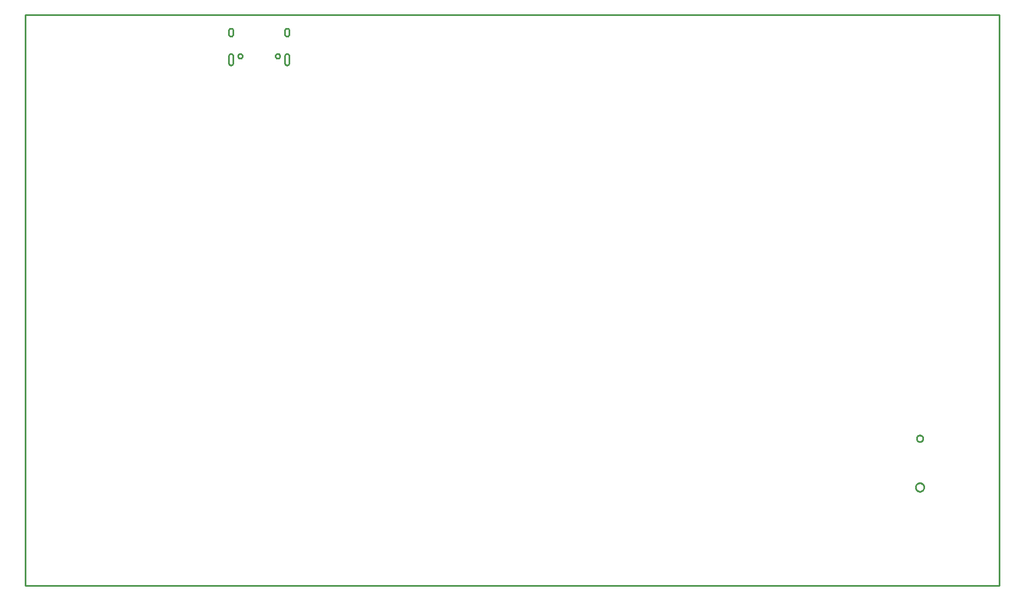
<source format=gko>
G04 EAGLE Gerber RS-274X export*
G75*
%MOMM*%
%FSLAX34Y34*%
%LPD*%
%INBoard Outline*%
%IPPOS*%
%AMOC8*
5,1,8,0,0,1.08239X$1,22.5*%
G01*
%ADD10C,0.000000*%
%ADD11C,0.254000*%


D10*
X0Y0D02*
X1500000Y0D01*
X1500000Y880000D01*
X0Y880000D01*
X0Y0D01*
X1371500Y152000D02*
X1371502Y152161D01*
X1371508Y152321D01*
X1371518Y152482D01*
X1371532Y152642D01*
X1371550Y152802D01*
X1371571Y152961D01*
X1371597Y153120D01*
X1371627Y153278D01*
X1371660Y153435D01*
X1371698Y153592D01*
X1371739Y153747D01*
X1371784Y153901D01*
X1371833Y154054D01*
X1371886Y154206D01*
X1371942Y154357D01*
X1372003Y154506D01*
X1372066Y154654D01*
X1372134Y154800D01*
X1372205Y154944D01*
X1372279Y155086D01*
X1372357Y155227D01*
X1372439Y155365D01*
X1372524Y155502D01*
X1372612Y155636D01*
X1372704Y155768D01*
X1372799Y155898D01*
X1372897Y156026D01*
X1372998Y156151D01*
X1373102Y156273D01*
X1373209Y156393D01*
X1373319Y156510D01*
X1373432Y156625D01*
X1373548Y156736D01*
X1373667Y156845D01*
X1373788Y156950D01*
X1373912Y157053D01*
X1374038Y157153D01*
X1374166Y157249D01*
X1374297Y157342D01*
X1374431Y157432D01*
X1374566Y157519D01*
X1374704Y157602D01*
X1374843Y157682D01*
X1374985Y157758D01*
X1375128Y157831D01*
X1375273Y157900D01*
X1375420Y157966D01*
X1375568Y158028D01*
X1375718Y158086D01*
X1375869Y158141D01*
X1376022Y158192D01*
X1376176Y158239D01*
X1376331Y158282D01*
X1376487Y158321D01*
X1376643Y158357D01*
X1376801Y158388D01*
X1376959Y158416D01*
X1377118Y158440D01*
X1377278Y158460D01*
X1377438Y158476D01*
X1377598Y158488D01*
X1377759Y158496D01*
X1377920Y158500D01*
X1378080Y158500D01*
X1378241Y158496D01*
X1378402Y158488D01*
X1378562Y158476D01*
X1378722Y158460D01*
X1378882Y158440D01*
X1379041Y158416D01*
X1379199Y158388D01*
X1379357Y158357D01*
X1379513Y158321D01*
X1379669Y158282D01*
X1379824Y158239D01*
X1379978Y158192D01*
X1380131Y158141D01*
X1380282Y158086D01*
X1380432Y158028D01*
X1380580Y157966D01*
X1380727Y157900D01*
X1380872Y157831D01*
X1381015Y157758D01*
X1381157Y157682D01*
X1381296Y157602D01*
X1381434Y157519D01*
X1381569Y157432D01*
X1381703Y157342D01*
X1381834Y157249D01*
X1381962Y157153D01*
X1382088Y157053D01*
X1382212Y156950D01*
X1382333Y156845D01*
X1382452Y156736D01*
X1382568Y156625D01*
X1382681Y156510D01*
X1382791Y156393D01*
X1382898Y156273D01*
X1383002Y156151D01*
X1383103Y156026D01*
X1383201Y155898D01*
X1383296Y155768D01*
X1383388Y155636D01*
X1383476Y155502D01*
X1383561Y155365D01*
X1383643Y155227D01*
X1383721Y155086D01*
X1383795Y154944D01*
X1383866Y154800D01*
X1383934Y154654D01*
X1383997Y154506D01*
X1384058Y154357D01*
X1384114Y154206D01*
X1384167Y154054D01*
X1384216Y153901D01*
X1384261Y153747D01*
X1384302Y153592D01*
X1384340Y153435D01*
X1384373Y153278D01*
X1384403Y153120D01*
X1384429Y152961D01*
X1384450Y152802D01*
X1384468Y152642D01*
X1384482Y152482D01*
X1384492Y152321D01*
X1384498Y152161D01*
X1384500Y152000D01*
X1384498Y151839D01*
X1384492Y151679D01*
X1384482Y151518D01*
X1384468Y151358D01*
X1384450Y151198D01*
X1384429Y151039D01*
X1384403Y150880D01*
X1384373Y150722D01*
X1384340Y150565D01*
X1384302Y150408D01*
X1384261Y150253D01*
X1384216Y150099D01*
X1384167Y149946D01*
X1384114Y149794D01*
X1384058Y149643D01*
X1383997Y149494D01*
X1383934Y149346D01*
X1383866Y149200D01*
X1383795Y149056D01*
X1383721Y148914D01*
X1383643Y148773D01*
X1383561Y148635D01*
X1383476Y148498D01*
X1383388Y148364D01*
X1383296Y148232D01*
X1383201Y148102D01*
X1383103Y147974D01*
X1383002Y147849D01*
X1382898Y147727D01*
X1382791Y147607D01*
X1382681Y147490D01*
X1382568Y147375D01*
X1382452Y147264D01*
X1382333Y147155D01*
X1382212Y147050D01*
X1382088Y146947D01*
X1381962Y146847D01*
X1381834Y146751D01*
X1381703Y146658D01*
X1381569Y146568D01*
X1381434Y146481D01*
X1381296Y146398D01*
X1381157Y146318D01*
X1381015Y146242D01*
X1380872Y146169D01*
X1380727Y146100D01*
X1380580Y146034D01*
X1380432Y145972D01*
X1380282Y145914D01*
X1380131Y145859D01*
X1379978Y145808D01*
X1379824Y145761D01*
X1379669Y145718D01*
X1379513Y145679D01*
X1379357Y145643D01*
X1379199Y145612D01*
X1379041Y145584D01*
X1378882Y145560D01*
X1378722Y145540D01*
X1378562Y145524D01*
X1378402Y145512D01*
X1378241Y145504D01*
X1378080Y145500D01*
X1377920Y145500D01*
X1377759Y145504D01*
X1377598Y145512D01*
X1377438Y145524D01*
X1377278Y145540D01*
X1377118Y145560D01*
X1376959Y145584D01*
X1376801Y145612D01*
X1376643Y145643D01*
X1376487Y145679D01*
X1376331Y145718D01*
X1376176Y145761D01*
X1376022Y145808D01*
X1375869Y145859D01*
X1375718Y145914D01*
X1375568Y145972D01*
X1375420Y146034D01*
X1375273Y146100D01*
X1375128Y146169D01*
X1374985Y146242D01*
X1374843Y146318D01*
X1374704Y146398D01*
X1374566Y146481D01*
X1374431Y146568D01*
X1374297Y146658D01*
X1374166Y146751D01*
X1374038Y146847D01*
X1373912Y146947D01*
X1373788Y147050D01*
X1373667Y147155D01*
X1373548Y147264D01*
X1373432Y147375D01*
X1373319Y147490D01*
X1373209Y147607D01*
X1373102Y147727D01*
X1372998Y147849D01*
X1372897Y147974D01*
X1372799Y148102D01*
X1372704Y148232D01*
X1372612Y148364D01*
X1372524Y148498D01*
X1372439Y148635D01*
X1372357Y148773D01*
X1372279Y148914D01*
X1372205Y149056D01*
X1372134Y149200D01*
X1372066Y149346D01*
X1372003Y149494D01*
X1371942Y149643D01*
X1371886Y149794D01*
X1371833Y149946D01*
X1371784Y150099D01*
X1371739Y150253D01*
X1371698Y150408D01*
X1371660Y150565D01*
X1371627Y150722D01*
X1371597Y150880D01*
X1371571Y151039D01*
X1371550Y151198D01*
X1371532Y151358D01*
X1371518Y151518D01*
X1371508Y151679D01*
X1371502Y151839D01*
X1371500Y152000D01*
X1373000Y227000D02*
X1373002Y227141D01*
X1373008Y227282D01*
X1373018Y227422D01*
X1373032Y227562D01*
X1373050Y227702D01*
X1373071Y227841D01*
X1373097Y227980D01*
X1373126Y228118D01*
X1373160Y228254D01*
X1373197Y228390D01*
X1373238Y228525D01*
X1373283Y228659D01*
X1373332Y228791D01*
X1373384Y228922D01*
X1373440Y229051D01*
X1373500Y229178D01*
X1373563Y229304D01*
X1373629Y229428D01*
X1373700Y229551D01*
X1373773Y229671D01*
X1373850Y229789D01*
X1373930Y229905D01*
X1374014Y230018D01*
X1374100Y230129D01*
X1374190Y230238D01*
X1374283Y230344D01*
X1374378Y230447D01*
X1374477Y230548D01*
X1374578Y230646D01*
X1374682Y230741D01*
X1374789Y230833D01*
X1374898Y230922D01*
X1375010Y231007D01*
X1375124Y231090D01*
X1375240Y231170D01*
X1375359Y231246D01*
X1375480Y231318D01*
X1375602Y231388D01*
X1375727Y231453D01*
X1375853Y231516D01*
X1375981Y231574D01*
X1376111Y231629D01*
X1376242Y231681D01*
X1376375Y231728D01*
X1376509Y231772D01*
X1376644Y231813D01*
X1376780Y231849D01*
X1376917Y231881D01*
X1377055Y231910D01*
X1377193Y231935D01*
X1377333Y231955D01*
X1377473Y231972D01*
X1377613Y231985D01*
X1377754Y231994D01*
X1377894Y231999D01*
X1378035Y232000D01*
X1378176Y231997D01*
X1378317Y231990D01*
X1378457Y231979D01*
X1378597Y231964D01*
X1378737Y231945D01*
X1378876Y231923D01*
X1379014Y231896D01*
X1379152Y231866D01*
X1379288Y231831D01*
X1379424Y231793D01*
X1379558Y231751D01*
X1379692Y231705D01*
X1379824Y231656D01*
X1379954Y231602D01*
X1380083Y231545D01*
X1380210Y231485D01*
X1380336Y231421D01*
X1380459Y231353D01*
X1380581Y231282D01*
X1380701Y231208D01*
X1380818Y231130D01*
X1380933Y231049D01*
X1381046Y230965D01*
X1381157Y230878D01*
X1381265Y230787D01*
X1381370Y230694D01*
X1381473Y230597D01*
X1381573Y230498D01*
X1381670Y230396D01*
X1381764Y230291D01*
X1381855Y230184D01*
X1381943Y230074D01*
X1382028Y229962D01*
X1382110Y229847D01*
X1382189Y229730D01*
X1382264Y229611D01*
X1382336Y229490D01*
X1382404Y229367D01*
X1382469Y229242D01*
X1382531Y229115D01*
X1382588Y228986D01*
X1382643Y228856D01*
X1382693Y228725D01*
X1382740Y228592D01*
X1382783Y228458D01*
X1382822Y228322D01*
X1382857Y228186D01*
X1382889Y228049D01*
X1382916Y227911D01*
X1382940Y227772D01*
X1382960Y227632D01*
X1382976Y227492D01*
X1382988Y227352D01*
X1382996Y227211D01*
X1383000Y227070D01*
X1383000Y226930D01*
X1382996Y226789D01*
X1382988Y226648D01*
X1382976Y226508D01*
X1382960Y226368D01*
X1382940Y226228D01*
X1382916Y226089D01*
X1382889Y225951D01*
X1382857Y225814D01*
X1382822Y225678D01*
X1382783Y225542D01*
X1382740Y225408D01*
X1382693Y225275D01*
X1382643Y225144D01*
X1382588Y225014D01*
X1382531Y224885D01*
X1382469Y224758D01*
X1382404Y224633D01*
X1382336Y224510D01*
X1382264Y224389D01*
X1382189Y224270D01*
X1382110Y224153D01*
X1382028Y224038D01*
X1381943Y223926D01*
X1381855Y223816D01*
X1381764Y223709D01*
X1381670Y223604D01*
X1381573Y223502D01*
X1381473Y223403D01*
X1381370Y223306D01*
X1381265Y223213D01*
X1381157Y223122D01*
X1381046Y223035D01*
X1380933Y222951D01*
X1380818Y222870D01*
X1380701Y222792D01*
X1380581Y222718D01*
X1380459Y222647D01*
X1380336Y222579D01*
X1380210Y222515D01*
X1380083Y222455D01*
X1379954Y222398D01*
X1379824Y222344D01*
X1379692Y222295D01*
X1379558Y222249D01*
X1379424Y222207D01*
X1379288Y222169D01*
X1379152Y222134D01*
X1379014Y222104D01*
X1378876Y222077D01*
X1378737Y222055D01*
X1378597Y222036D01*
X1378457Y222021D01*
X1378317Y222010D01*
X1378176Y222003D01*
X1378035Y222000D01*
X1377894Y222001D01*
X1377754Y222006D01*
X1377613Y222015D01*
X1377473Y222028D01*
X1377333Y222045D01*
X1377193Y222065D01*
X1377055Y222090D01*
X1376917Y222119D01*
X1376780Y222151D01*
X1376644Y222187D01*
X1376509Y222228D01*
X1376375Y222272D01*
X1376242Y222319D01*
X1376111Y222371D01*
X1375981Y222426D01*
X1375853Y222484D01*
X1375727Y222547D01*
X1375602Y222612D01*
X1375480Y222682D01*
X1375359Y222754D01*
X1375240Y222830D01*
X1375124Y222910D01*
X1375010Y222993D01*
X1374898Y223078D01*
X1374789Y223167D01*
X1374682Y223259D01*
X1374578Y223354D01*
X1374477Y223452D01*
X1374378Y223553D01*
X1374283Y223656D01*
X1374190Y223762D01*
X1374100Y223871D01*
X1374014Y223982D01*
X1373930Y224095D01*
X1373850Y224211D01*
X1373773Y224329D01*
X1373700Y224449D01*
X1373629Y224572D01*
X1373563Y224696D01*
X1373500Y224822D01*
X1373440Y224949D01*
X1373384Y225078D01*
X1373332Y225209D01*
X1373283Y225341D01*
X1373238Y225475D01*
X1373197Y225610D01*
X1373160Y225746D01*
X1373126Y225882D01*
X1373097Y226020D01*
X1373071Y226159D01*
X1373050Y226298D01*
X1373032Y226438D01*
X1373018Y226578D01*
X1373008Y226718D01*
X1373002Y226859D01*
X1373000Y227000D01*
X406450Y805700D02*
X406450Y816700D01*
X406448Y816811D01*
X406442Y816922D01*
X406433Y817032D01*
X406420Y817143D01*
X406403Y817252D01*
X406382Y817361D01*
X406358Y817469D01*
X406329Y817577D01*
X406298Y817683D01*
X406262Y817788D01*
X406223Y817892D01*
X406181Y817995D01*
X406135Y818096D01*
X406086Y818195D01*
X406033Y818293D01*
X405977Y818389D01*
X405918Y818482D01*
X405855Y818574D01*
X405790Y818664D01*
X405721Y818751D01*
X405650Y818836D01*
X405575Y818918D01*
X405498Y818998D01*
X405418Y819075D01*
X405336Y819150D01*
X405251Y819221D01*
X405164Y819290D01*
X405074Y819355D01*
X404982Y819418D01*
X404889Y819477D01*
X404793Y819533D01*
X404695Y819586D01*
X404596Y819635D01*
X404495Y819681D01*
X404392Y819723D01*
X404288Y819762D01*
X404183Y819798D01*
X404077Y819829D01*
X403969Y819858D01*
X403861Y819882D01*
X403752Y819903D01*
X403643Y819920D01*
X403532Y819933D01*
X403422Y819942D01*
X403311Y819948D01*
X403200Y819950D01*
X403089Y819948D01*
X402978Y819942D01*
X402868Y819933D01*
X402757Y819920D01*
X402648Y819903D01*
X402539Y819882D01*
X402431Y819858D01*
X402323Y819829D01*
X402217Y819798D01*
X402112Y819762D01*
X402008Y819723D01*
X401905Y819681D01*
X401804Y819635D01*
X401705Y819586D01*
X401607Y819533D01*
X401511Y819477D01*
X401418Y819418D01*
X401326Y819355D01*
X401236Y819290D01*
X401149Y819221D01*
X401064Y819150D01*
X400982Y819075D01*
X400902Y818998D01*
X400825Y818918D01*
X400750Y818836D01*
X400679Y818751D01*
X400610Y818664D01*
X400545Y818574D01*
X400482Y818482D01*
X400423Y818389D01*
X400367Y818293D01*
X400314Y818195D01*
X400265Y818096D01*
X400219Y817995D01*
X400177Y817892D01*
X400138Y817788D01*
X400102Y817683D01*
X400071Y817577D01*
X400042Y817469D01*
X400018Y817361D01*
X399997Y817252D01*
X399980Y817143D01*
X399967Y817032D01*
X399958Y816922D01*
X399952Y816811D01*
X399950Y816700D01*
X399950Y805700D01*
X399952Y805589D01*
X399958Y805478D01*
X399967Y805368D01*
X399980Y805257D01*
X399997Y805148D01*
X400018Y805039D01*
X400042Y804931D01*
X400071Y804823D01*
X400102Y804717D01*
X400138Y804612D01*
X400177Y804508D01*
X400219Y804405D01*
X400265Y804304D01*
X400314Y804205D01*
X400367Y804107D01*
X400423Y804011D01*
X400482Y803918D01*
X400545Y803826D01*
X400610Y803736D01*
X400679Y803649D01*
X400750Y803564D01*
X400825Y803482D01*
X400902Y803402D01*
X400982Y803325D01*
X401064Y803250D01*
X401149Y803179D01*
X401236Y803110D01*
X401326Y803045D01*
X401418Y802982D01*
X401511Y802923D01*
X401607Y802867D01*
X401705Y802814D01*
X401804Y802765D01*
X401905Y802719D01*
X402008Y802677D01*
X402112Y802638D01*
X402217Y802602D01*
X402323Y802571D01*
X402431Y802542D01*
X402539Y802518D01*
X402648Y802497D01*
X402757Y802480D01*
X402868Y802467D01*
X402978Y802458D01*
X403089Y802452D01*
X403200Y802450D01*
X403311Y802452D01*
X403422Y802458D01*
X403532Y802467D01*
X403643Y802480D01*
X403752Y802497D01*
X403861Y802518D01*
X403969Y802542D01*
X404077Y802571D01*
X404183Y802602D01*
X404288Y802638D01*
X404392Y802677D01*
X404495Y802719D01*
X404596Y802765D01*
X404695Y802814D01*
X404793Y802867D01*
X404889Y802923D01*
X404982Y802982D01*
X405074Y803045D01*
X405164Y803110D01*
X405251Y803179D01*
X405336Y803250D01*
X405418Y803325D01*
X405498Y803402D01*
X405575Y803482D01*
X405650Y803564D01*
X405721Y803649D01*
X405790Y803736D01*
X405855Y803826D01*
X405918Y803918D01*
X405977Y804011D01*
X406033Y804107D01*
X406086Y804205D01*
X406135Y804304D01*
X406181Y804405D01*
X406223Y804508D01*
X406262Y804612D01*
X406298Y804717D01*
X406329Y804823D01*
X406358Y804931D01*
X406382Y805039D01*
X406403Y805148D01*
X406420Y805257D01*
X406433Y805368D01*
X406442Y805478D01*
X406448Y805589D01*
X406450Y805700D01*
X320050Y805700D02*
X320050Y816700D01*
X320048Y816811D01*
X320042Y816922D01*
X320033Y817032D01*
X320020Y817143D01*
X320003Y817252D01*
X319982Y817361D01*
X319958Y817469D01*
X319929Y817577D01*
X319898Y817683D01*
X319862Y817788D01*
X319823Y817892D01*
X319781Y817995D01*
X319735Y818096D01*
X319686Y818195D01*
X319633Y818293D01*
X319577Y818389D01*
X319518Y818482D01*
X319455Y818574D01*
X319390Y818664D01*
X319321Y818751D01*
X319250Y818836D01*
X319175Y818918D01*
X319098Y818998D01*
X319018Y819075D01*
X318936Y819150D01*
X318851Y819221D01*
X318764Y819290D01*
X318674Y819355D01*
X318582Y819418D01*
X318489Y819477D01*
X318393Y819533D01*
X318295Y819586D01*
X318196Y819635D01*
X318095Y819681D01*
X317992Y819723D01*
X317888Y819762D01*
X317783Y819798D01*
X317677Y819829D01*
X317569Y819858D01*
X317461Y819882D01*
X317352Y819903D01*
X317243Y819920D01*
X317132Y819933D01*
X317022Y819942D01*
X316911Y819948D01*
X316800Y819950D01*
X316689Y819948D01*
X316578Y819942D01*
X316468Y819933D01*
X316357Y819920D01*
X316248Y819903D01*
X316139Y819882D01*
X316031Y819858D01*
X315923Y819829D01*
X315817Y819798D01*
X315712Y819762D01*
X315608Y819723D01*
X315505Y819681D01*
X315404Y819635D01*
X315305Y819586D01*
X315207Y819533D01*
X315111Y819477D01*
X315018Y819418D01*
X314926Y819355D01*
X314836Y819290D01*
X314749Y819221D01*
X314664Y819150D01*
X314582Y819075D01*
X314502Y818998D01*
X314425Y818918D01*
X314350Y818836D01*
X314279Y818751D01*
X314210Y818664D01*
X314145Y818574D01*
X314082Y818482D01*
X314023Y818389D01*
X313967Y818293D01*
X313914Y818195D01*
X313865Y818096D01*
X313819Y817995D01*
X313777Y817892D01*
X313738Y817788D01*
X313702Y817683D01*
X313671Y817577D01*
X313642Y817469D01*
X313618Y817361D01*
X313597Y817252D01*
X313580Y817143D01*
X313567Y817032D01*
X313558Y816922D01*
X313552Y816811D01*
X313550Y816700D01*
X313550Y805700D01*
X313552Y805589D01*
X313558Y805478D01*
X313567Y805368D01*
X313580Y805257D01*
X313597Y805148D01*
X313618Y805039D01*
X313642Y804931D01*
X313671Y804823D01*
X313702Y804717D01*
X313738Y804612D01*
X313777Y804508D01*
X313819Y804405D01*
X313865Y804304D01*
X313914Y804205D01*
X313967Y804107D01*
X314023Y804011D01*
X314082Y803918D01*
X314145Y803826D01*
X314210Y803736D01*
X314279Y803649D01*
X314350Y803564D01*
X314425Y803482D01*
X314502Y803402D01*
X314582Y803325D01*
X314664Y803250D01*
X314749Y803179D01*
X314836Y803110D01*
X314926Y803045D01*
X315018Y802982D01*
X315111Y802923D01*
X315207Y802867D01*
X315305Y802814D01*
X315404Y802765D01*
X315505Y802719D01*
X315608Y802677D01*
X315712Y802638D01*
X315817Y802602D01*
X315923Y802571D01*
X316031Y802542D01*
X316139Y802518D01*
X316248Y802497D01*
X316357Y802480D01*
X316468Y802467D01*
X316578Y802458D01*
X316689Y802452D01*
X316800Y802450D01*
X316911Y802452D01*
X317022Y802458D01*
X317132Y802467D01*
X317243Y802480D01*
X317352Y802497D01*
X317461Y802518D01*
X317569Y802542D01*
X317677Y802571D01*
X317783Y802602D01*
X317888Y802638D01*
X317992Y802677D01*
X318095Y802719D01*
X318196Y802765D01*
X318295Y802814D01*
X318393Y802867D01*
X318489Y802923D01*
X318582Y802982D01*
X318674Y803045D01*
X318764Y803110D01*
X318851Y803179D01*
X318936Y803250D01*
X319018Y803325D01*
X319098Y803402D01*
X319175Y803482D01*
X319250Y803564D01*
X319321Y803649D01*
X319390Y803736D01*
X319455Y803826D01*
X319518Y803918D01*
X319577Y804011D01*
X319633Y804107D01*
X319686Y804205D01*
X319735Y804304D01*
X319781Y804405D01*
X319823Y804508D01*
X319862Y804612D01*
X319898Y804717D01*
X319929Y804823D01*
X319958Y804931D01*
X319982Y805039D01*
X320003Y805148D01*
X320020Y805257D01*
X320033Y805368D01*
X320042Y805478D01*
X320048Y805589D01*
X320050Y805700D01*
X406450Y850000D02*
X406450Y856000D01*
X406448Y856111D01*
X406442Y856222D01*
X406433Y856332D01*
X406420Y856443D01*
X406403Y856552D01*
X406382Y856661D01*
X406358Y856769D01*
X406329Y856877D01*
X406298Y856983D01*
X406262Y857088D01*
X406223Y857192D01*
X406181Y857295D01*
X406135Y857396D01*
X406086Y857495D01*
X406033Y857593D01*
X405977Y857689D01*
X405918Y857782D01*
X405855Y857874D01*
X405790Y857964D01*
X405721Y858051D01*
X405650Y858136D01*
X405575Y858218D01*
X405498Y858298D01*
X405418Y858375D01*
X405336Y858450D01*
X405251Y858521D01*
X405164Y858590D01*
X405074Y858655D01*
X404982Y858718D01*
X404889Y858777D01*
X404793Y858833D01*
X404695Y858886D01*
X404596Y858935D01*
X404495Y858981D01*
X404392Y859023D01*
X404288Y859062D01*
X404183Y859098D01*
X404077Y859129D01*
X403969Y859158D01*
X403861Y859182D01*
X403752Y859203D01*
X403643Y859220D01*
X403532Y859233D01*
X403422Y859242D01*
X403311Y859248D01*
X403200Y859250D01*
X403089Y859248D01*
X402978Y859242D01*
X402868Y859233D01*
X402757Y859220D01*
X402648Y859203D01*
X402539Y859182D01*
X402431Y859158D01*
X402323Y859129D01*
X402217Y859098D01*
X402112Y859062D01*
X402008Y859023D01*
X401905Y858981D01*
X401804Y858935D01*
X401705Y858886D01*
X401607Y858833D01*
X401511Y858777D01*
X401418Y858718D01*
X401326Y858655D01*
X401236Y858590D01*
X401149Y858521D01*
X401064Y858450D01*
X400982Y858375D01*
X400902Y858298D01*
X400825Y858218D01*
X400750Y858136D01*
X400679Y858051D01*
X400610Y857964D01*
X400545Y857874D01*
X400482Y857782D01*
X400423Y857689D01*
X400367Y857593D01*
X400314Y857495D01*
X400265Y857396D01*
X400219Y857295D01*
X400177Y857192D01*
X400138Y857088D01*
X400102Y856983D01*
X400071Y856877D01*
X400042Y856769D01*
X400018Y856661D01*
X399997Y856552D01*
X399980Y856443D01*
X399967Y856332D01*
X399958Y856222D01*
X399952Y856111D01*
X399950Y856000D01*
X399950Y850000D01*
X399952Y849889D01*
X399958Y849778D01*
X399967Y849668D01*
X399980Y849557D01*
X399997Y849448D01*
X400018Y849339D01*
X400042Y849231D01*
X400071Y849123D01*
X400102Y849017D01*
X400138Y848912D01*
X400177Y848808D01*
X400219Y848705D01*
X400265Y848604D01*
X400314Y848505D01*
X400367Y848407D01*
X400423Y848311D01*
X400482Y848218D01*
X400545Y848126D01*
X400610Y848036D01*
X400679Y847949D01*
X400750Y847864D01*
X400825Y847782D01*
X400902Y847702D01*
X400982Y847625D01*
X401064Y847550D01*
X401149Y847479D01*
X401236Y847410D01*
X401326Y847345D01*
X401418Y847282D01*
X401511Y847223D01*
X401607Y847167D01*
X401705Y847114D01*
X401804Y847065D01*
X401905Y847019D01*
X402008Y846977D01*
X402112Y846938D01*
X402217Y846902D01*
X402323Y846871D01*
X402431Y846842D01*
X402539Y846818D01*
X402648Y846797D01*
X402757Y846780D01*
X402868Y846767D01*
X402978Y846758D01*
X403089Y846752D01*
X403200Y846750D01*
X403311Y846752D01*
X403422Y846758D01*
X403532Y846767D01*
X403643Y846780D01*
X403752Y846797D01*
X403861Y846818D01*
X403969Y846842D01*
X404077Y846871D01*
X404183Y846902D01*
X404288Y846938D01*
X404392Y846977D01*
X404495Y847019D01*
X404596Y847065D01*
X404695Y847114D01*
X404793Y847167D01*
X404889Y847223D01*
X404982Y847282D01*
X405074Y847345D01*
X405164Y847410D01*
X405251Y847479D01*
X405336Y847550D01*
X405418Y847625D01*
X405498Y847702D01*
X405575Y847782D01*
X405650Y847864D01*
X405721Y847949D01*
X405790Y848036D01*
X405855Y848126D01*
X405918Y848218D01*
X405977Y848311D01*
X406033Y848407D01*
X406086Y848505D01*
X406135Y848604D01*
X406181Y848705D01*
X406223Y848808D01*
X406262Y848912D01*
X406298Y849017D01*
X406329Y849123D01*
X406358Y849231D01*
X406382Y849339D01*
X406403Y849448D01*
X406420Y849557D01*
X406433Y849668D01*
X406442Y849778D01*
X406448Y849889D01*
X406450Y850000D01*
X320050Y850000D02*
X320050Y856000D01*
X320048Y856111D01*
X320042Y856222D01*
X320033Y856332D01*
X320020Y856443D01*
X320003Y856552D01*
X319982Y856661D01*
X319958Y856769D01*
X319929Y856877D01*
X319898Y856983D01*
X319862Y857088D01*
X319823Y857192D01*
X319781Y857295D01*
X319735Y857396D01*
X319686Y857495D01*
X319633Y857593D01*
X319577Y857689D01*
X319518Y857782D01*
X319455Y857874D01*
X319390Y857964D01*
X319321Y858051D01*
X319250Y858136D01*
X319175Y858218D01*
X319098Y858298D01*
X319018Y858375D01*
X318936Y858450D01*
X318851Y858521D01*
X318764Y858590D01*
X318674Y858655D01*
X318582Y858718D01*
X318489Y858777D01*
X318393Y858833D01*
X318295Y858886D01*
X318196Y858935D01*
X318095Y858981D01*
X317992Y859023D01*
X317888Y859062D01*
X317783Y859098D01*
X317677Y859129D01*
X317569Y859158D01*
X317461Y859182D01*
X317352Y859203D01*
X317243Y859220D01*
X317132Y859233D01*
X317022Y859242D01*
X316911Y859248D01*
X316800Y859250D01*
X316689Y859248D01*
X316578Y859242D01*
X316468Y859233D01*
X316357Y859220D01*
X316248Y859203D01*
X316139Y859182D01*
X316031Y859158D01*
X315923Y859129D01*
X315817Y859098D01*
X315712Y859062D01*
X315608Y859023D01*
X315505Y858981D01*
X315404Y858935D01*
X315305Y858886D01*
X315207Y858833D01*
X315111Y858777D01*
X315018Y858718D01*
X314926Y858655D01*
X314836Y858590D01*
X314749Y858521D01*
X314664Y858450D01*
X314582Y858375D01*
X314502Y858298D01*
X314425Y858218D01*
X314350Y858136D01*
X314279Y858051D01*
X314210Y857964D01*
X314145Y857874D01*
X314082Y857782D01*
X314023Y857689D01*
X313967Y857593D01*
X313914Y857495D01*
X313865Y857396D01*
X313819Y857295D01*
X313777Y857192D01*
X313738Y857088D01*
X313702Y856983D01*
X313671Y856877D01*
X313642Y856769D01*
X313618Y856661D01*
X313597Y856552D01*
X313580Y856443D01*
X313567Y856332D01*
X313558Y856222D01*
X313552Y856111D01*
X313550Y856000D01*
X313550Y850000D01*
X313552Y849889D01*
X313558Y849778D01*
X313567Y849668D01*
X313580Y849557D01*
X313597Y849448D01*
X313618Y849339D01*
X313642Y849231D01*
X313671Y849123D01*
X313702Y849017D01*
X313738Y848912D01*
X313777Y848808D01*
X313819Y848705D01*
X313865Y848604D01*
X313914Y848505D01*
X313967Y848407D01*
X314023Y848311D01*
X314082Y848218D01*
X314145Y848126D01*
X314210Y848036D01*
X314279Y847949D01*
X314350Y847864D01*
X314425Y847782D01*
X314502Y847702D01*
X314582Y847625D01*
X314664Y847550D01*
X314749Y847479D01*
X314836Y847410D01*
X314926Y847345D01*
X315018Y847282D01*
X315111Y847223D01*
X315207Y847167D01*
X315305Y847114D01*
X315404Y847065D01*
X315505Y847019D01*
X315608Y846977D01*
X315712Y846938D01*
X315817Y846902D01*
X315923Y846871D01*
X316031Y846842D01*
X316139Y846818D01*
X316248Y846797D01*
X316357Y846780D01*
X316468Y846767D01*
X316578Y846758D01*
X316689Y846752D01*
X316800Y846750D01*
X316911Y846752D01*
X317022Y846758D01*
X317132Y846767D01*
X317243Y846780D01*
X317352Y846797D01*
X317461Y846818D01*
X317569Y846842D01*
X317677Y846871D01*
X317783Y846902D01*
X317888Y846938D01*
X317992Y846977D01*
X318095Y847019D01*
X318196Y847065D01*
X318295Y847114D01*
X318393Y847167D01*
X318489Y847223D01*
X318582Y847282D01*
X318674Y847345D01*
X318764Y847410D01*
X318851Y847479D01*
X318936Y847550D01*
X319018Y847625D01*
X319098Y847702D01*
X319175Y847782D01*
X319250Y847864D01*
X319321Y847949D01*
X319390Y848036D01*
X319455Y848126D01*
X319518Y848218D01*
X319577Y848311D01*
X319633Y848407D01*
X319686Y848505D01*
X319735Y848604D01*
X319781Y848705D01*
X319823Y848808D01*
X319862Y848912D01*
X319898Y849017D01*
X319929Y849123D01*
X319958Y849231D01*
X319982Y849339D01*
X320003Y849448D01*
X320020Y849557D01*
X320033Y849668D01*
X320042Y849778D01*
X320048Y849889D01*
X320050Y850000D01*
X385400Y816500D02*
X385402Y816618D01*
X385408Y816736D01*
X385418Y816854D01*
X385432Y816971D01*
X385450Y817088D01*
X385472Y817205D01*
X385497Y817320D01*
X385527Y817434D01*
X385561Y817548D01*
X385598Y817660D01*
X385639Y817771D01*
X385684Y817880D01*
X385732Y817988D01*
X385784Y818094D01*
X385840Y818199D01*
X385899Y818301D01*
X385961Y818401D01*
X386027Y818499D01*
X386096Y818595D01*
X386169Y818689D01*
X386244Y818780D01*
X386323Y818868D01*
X386404Y818954D01*
X386489Y819037D01*
X386576Y819117D01*
X386665Y819194D01*
X386758Y819268D01*
X386852Y819338D01*
X386949Y819406D01*
X387049Y819470D01*
X387150Y819531D01*
X387253Y819588D01*
X387359Y819642D01*
X387466Y819693D01*
X387574Y819739D01*
X387684Y819782D01*
X387796Y819821D01*
X387909Y819857D01*
X388023Y819888D01*
X388138Y819916D01*
X388253Y819940D01*
X388370Y819960D01*
X388487Y819976D01*
X388605Y819988D01*
X388723Y819996D01*
X388841Y820000D01*
X388959Y820000D01*
X389077Y819996D01*
X389195Y819988D01*
X389313Y819976D01*
X389430Y819960D01*
X389547Y819940D01*
X389662Y819916D01*
X389777Y819888D01*
X389891Y819857D01*
X390004Y819821D01*
X390116Y819782D01*
X390226Y819739D01*
X390334Y819693D01*
X390441Y819642D01*
X390547Y819588D01*
X390650Y819531D01*
X390751Y819470D01*
X390851Y819406D01*
X390948Y819338D01*
X391042Y819268D01*
X391135Y819194D01*
X391224Y819117D01*
X391311Y819037D01*
X391396Y818954D01*
X391477Y818868D01*
X391556Y818780D01*
X391631Y818689D01*
X391704Y818595D01*
X391773Y818499D01*
X391839Y818401D01*
X391901Y818301D01*
X391960Y818199D01*
X392016Y818094D01*
X392068Y817988D01*
X392116Y817880D01*
X392161Y817771D01*
X392202Y817660D01*
X392239Y817548D01*
X392273Y817434D01*
X392303Y817320D01*
X392328Y817205D01*
X392350Y817088D01*
X392368Y816971D01*
X392382Y816854D01*
X392392Y816736D01*
X392398Y816618D01*
X392400Y816500D01*
X392398Y816382D01*
X392392Y816264D01*
X392382Y816146D01*
X392368Y816029D01*
X392350Y815912D01*
X392328Y815795D01*
X392303Y815680D01*
X392273Y815566D01*
X392239Y815452D01*
X392202Y815340D01*
X392161Y815229D01*
X392116Y815120D01*
X392068Y815012D01*
X392016Y814906D01*
X391960Y814801D01*
X391901Y814699D01*
X391839Y814599D01*
X391773Y814501D01*
X391704Y814405D01*
X391631Y814311D01*
X391556Y814220D01*
X391477Y814132D01*
X391396Y814046D01*
X391311Y813963D01*
X391224Y813883D01*
X391135Y813806D01*
X391042Y813732D01*
X390948Y813662D01*
X390851Y813594D01*
X390751Y813530D01*
X390650Y813469D01*
X390547Y813412D01*
X390441Y813358D01*
X390334Y813307D01*
X390226Y813261D01*
X390116Y813218D01*
X390004Y813179D01*
X389891Y813143D01*
X389777Y813112D01*
X389662Y813084D01*
X389547Y813060D01*
X389430Y813040D01*
X389313Y813024D01*
X389195Y813012D01*
X389077Y813004D01*
X388959Y813000D01*
X388841Y813000D01*
X388723Y813004D01*
X388605Y813012D01*
X388487Y813024D01*
X388370Y813040D01*
X388253Y813060D01*
X388138Y813084D01*
X388023Y813112D01*
X387909Y813143D01*
X387796Y813179D01*
X387684Y813218D01*
X387574Y813261D01*
X387466Y813307D01*
X387359Y813358D01*
X387253Y813412D01*
X387150Y813469D01*
X387049Y813530D01*
X386949Y813594D01*
X386852Y813662D01*
X386758Y813732D01*
X386665Y813806D01*
X386576Y813883D01*
X386489Y813963D01*
X386404Y814046D01*
X386323Y814132D01*
X386244Y814220D01*
X386169Y814311D01*
X386096Y814405D01*
X386027Y814501D01*
X385961Y814599D01*
X385899Y814699D01*
X385840Y814801D01*
X385784Y814906D01*
X385732Y815012D01*
X385684Y815120D01*
X385639Y815229D01*
X385598Y815340D01*
X385561Y815452D01*
X385527Y815566D01*
X385497Y815680D01*
X385472Y815795D01*
X385450Y815912D01*
X385432Y816029D01*
X385418Y816146D01*
X385408Y816264D01*
X385402Y816382D01*
X385400Y816500D01*
X327600Y816500D02*
X327602Y816618D01*
X327608Y816736D01*
X327618Y816854D01*
X327632Y816971D01*
X327650Y817088D01*
X327672Y817205D01*
X327697Y817320D01*
X327727Y817434D01*
X327761Y817548D01*
X327798Y817660D01*
X327839Y817771D01*
X327884Y817880D01*
X327932Y817988D01*
X327984Y818094D01*
X328040Y818199D01*
X328099Y818301D01*
X328161Y818401D01*
X328227Y818499D01*
X328296Y818595D01*
X328369Y818689D01*
X328444Y818780D01*
X328523Y818868D01*
X328604Y818954D01*
X328689Y819037D01*
X328776Y819117D01*
X328865Y819194D01*
X328958Y819268D01*
X329052Y819338D01*
X329149Y819406D01*
X329249Y819470D01*
X329350Y819531D01*
X329453Y819588D01*
X329559Y819642D01*
X329666Y819693D01*
X329774Y819739D01*
X329884Y819782D01*
X329996Y819821D01*
X330109Y819857D01*
X330223Y819888D01*
X330338Y819916D01*
X330453Y819940D01*
X330570Y819960D01*
X330687Y819976D01*
X330805Y819988D01*
X330923Y819996D01*
X331041Y820000D01*
X331159Y820000D01*
X331277Y819996D01*
X331395Y819988D01*
X331513Y819976D01*
X331630Y819960D01*
X331747Y819940D01*
X331862Y819916D01*
X331977Y819888D01*
X332091Y819857D01*
X332204Y819821D01*
X332316Y819782D01*
X332426Y819739D01*
X332534Y819693D01*
X332641Y819642D01*
X332747Y819588D01*
X332850Y819531D01*
X332951Y819470D01*
X333051Y819406D01*
X333148Y819338D01*
X333242Y819268D01*
X333335Y819194D01*
X333424Y819117D01*
X333511Y819037D01*
X333596Y818954D01*
X333677Y818868D01*
X333756Y818780D01*
X333831Y818689D01*
X333904Y818595D01*
X333973Y818499D01*
X334039Y818401D01*
X334101Y818301D01*
X334160Y818199D01*
X334216Y818094D01*
X334268Y817988D01*
X334316Y817880D01*
X334361Y817771D01*
X334402Y817660D01*
X334439Y817548D01*
X334473Y817434D01*
X334503Y817320D01*
X334528Y817205D01*
X334550Y817088D01*
X334568Y816971D01*
X334582Y816854D01*
X334592Y816736D01*
X334598Y816618D01*
X334600Y816500D01*
X334598Y816382D01*
X334592Y816264D01*
X334582Y816146D01*
X334568Y816029D01*
X334550Y815912D01*
X334528Y815795D01*
X334503Y815680D01*
X334473Y815566D01*
X334439Y815452D01*
X334402Y815340D01*
X334361Y815229D01*
X334316Y815120D01*
X334268Y815012D01*
X334216Y814906D01*
X334160Y814801D01*
X334101Y814699D01*
X334039Y814599D01*
X333973Y814501D01*
X333904Y814405D01*
X333831Y814311D01*
X333756Y814220D01*
X333677Y814132D01*
X333596Y814046D01*
X333511Y813963D01*
X333424Y813883D01*
X333335Y813806D01*
X333242Y813732D01*
X333148Y813662D01*
X333051Y813594D01*
X332951Y813530D01*
X332850Y813469D01*
X332747Y813412D01*
X332641Y813358D01*
X332534Y813307D01*
X332426Y813261D01*
X332316Y813218D01*
X332204Y813179D01*
X332091Y813143D01*
X331977Y813112D01*
X331862Y813084D01*
X331747Y813060D01*
X331630Y813040D01*
X331513Y813024D01*
X331395Y813012D01*
X331277Y813004D01*
X331159Y813000D01*
X331041Y813000D01*
X330923Y813004D01*
X330805Y813012D01*
X330687Y813024D01*
X330570Y813040D01*
X330453Y813060D01*
X330338Y813084D01*
X330223Y813112D01*
X330109Y813143D01*
X329996Y813179D01*
X329884Y813218D01*
X329774Y813261D01*
X329666Y813307D01*
X329559Y813358D01*
X329453Y813412D01*
X329350Y813469D01*
X329249Y813530D01*
X329149Y813594D01*
X329052Y813662D01*
X328958Y813732D01*
X328865Y813806D01*
X328776Y813883D01*
X328689Y813963D01*
X328604Y814046D01*
X328523Y814132D01*
X328444Y814220D01*
X328369Y814311D01*
X328296Y814405D01*
X328227Y814501D01*
X328161Y814599D01*
X328099Y814699D01*
X328040Y814801D01*
X327984Y814906D01*
X327932Y815012D01*
X327884Y815120D01*
X327839Y815229D01*
X327798Y815340D01*
X327761Y815452D01*
X327727Y815566D01*
X327697Y815680D01*
X327672Y815795D01*
X327650Y815912D01*
X327632Y816029D01*
X327618Y816146D01*
X327608Y816264D01*
X327602Y816382D01*
X327600Y816500D01*
D11*
X0Y0D02*
X1500000Y0D01*
X1500000Y880000D01*
X0Y880000D01*
X0Y0D01*
X313550Y850000D02*
X313562Y849717D01*
X313599Y849436D01*
X313661Y849159D01*
X313746Y848888D01*
X313855Y848627D01*
X313985Y848375D01*
X314138Y848136D01*
X314310Y847911D01*
X314502Y847702D01*
X314711Y847510D01*
X314936Y847338D01*
X315175Y847185D01*
X315427Y847055D01*
X315688Y846946D01*
X315959Y846861D01*
X316236Y846799D01*
X316517Y846762D01*
X316800Y846750D01*
X317083Y846762D01*
X317364Y846799D01*
X317641Y846861D01*
X317912Y846946D01*
X318174Y847055D01*
X318425Y847185D01*
X318664Y847338D01*
X318889Y847510D01*
X319098Y847702D01*
X319290Y847911D01*
X319462Y848136D01*
X319615Y848375D01*
X319746Y848627D01*
X319854Y848888D01*
X319939Y849159D01*
X320001Y849436D01*
X320038Y849717D01*
X320050Y850000D01*
X320050Y856000D01*
X320038Y856283D01*
X320001Y856564D01*
X319939Y856841D01*
X319854Y857112D01*
X319746Y857374D01*
X319615Y857625D01*
X319462Y857864D01*
X319290Y858089D01*
X319098Y858298D01*
X318889Y858490D01*
X318664Y858662D01*
X318425Y858815D01*
X318174Y858946D01*
X317912Y859054D01*
X317641Y859139D01*
X317364Y859201D01*
X317083Y859238D01*
X316800Y859250D01*
X316517Y859238D01*
X316236Y859201D01*
X315959Y859139D01*
X315688Y859054D01*
X315427Y858946D01*
X315175Y858815D01*
X314936Y858662D01*
X314711Y858490D01*
X314502Y858298D01*
X314310Y858089D01*
X314138Y857864D01*
X313985Y857625D01*
X313855Y857374D01*
X313746Y857112D01*
X313661Y856841D01*
X313599Y856564D01*
X313562Y856283D01*
X313550Y856000D01*
X313550Y850000D01*
X399950Y850000D02*
X399962Y849717D01*
X399999Y849436D01*
X400061Y849159D01*
X400146Y848888D01*
X400255Y848627D01*
X400385Y848375D01*
X400538Y848136D01*
X400710Y847911D01*
X400902Y847702D01*
X401111Y847510D01*
X401336Y847338D01*
X401575Y847185D01*
X401827Y847055D01*
X402088Y846946D01*
X402359Y846861D01*
X402636Y846799D01*
X402917Y846762D01*
X403200Y846750D01*
X403483Y846762D01*
X403764Y846799D01*
X404041Y846861D01*
X404312Y846946D01*
X404574Y847055D01*
X404825Y847185D01*
X405064Y847338D01*
X405289Y847510D01*
X405498Y847702D01*
X405690Y847911D01*
X405862Y848136D01*
X406015Y848375D01*
X406146Y848627D01*
X406254Y848888D01*
X406339Y849159D01*
X406401Y849436D01*
X406438Y849717D01*
X406450Y850000D01*
X406450Y856000D01*
X406438Y856283D01*
X406401Y856564D01*
X406339Y856841D01*
X406254Y857112D01*
X406146Y857374D01*
X406015Y857625D01*
X405862Y857864D01*
X405690Y858089D01*
X405498Y858298D01*
X405289Y858490D01*
X405064Y858662D01*
X404825Y858815D01*
X404574Y858946D01*
X404312Y859054D01*
X404041Y859139D01*
X403764Y859201D01*
X403483Y859238D01*
X403200Y859250D01*
X402917Y859238D01*
X402636Y859201D01*
X402359Y859139D01*
X402088Y859054D01*
X401827Y858946D01*
X401575Y858815D01*
X401336Y858662D01*
X401111Y858490D01*
X400902Y858298D01*
X400710Y858089D01*
X400538Y857864D01*
X400385Y857625D01*
X400255Y857374D01*
X400146Y857112D01*
X400061Y856841D01*
X399999Y856564D01*
X399962Y856283D01*
X399950Y856000D01*
X399950Y850000D01*
X313550Y805700D02*
X313562Y805417D01*
X313599Y805136D01*
X313661Y804859D01*
X313746Y804588D01*
X313855Y804327D01*
X313985Y804075D01*
X314138Y803836D01*
X314310Y803611D01*
X314502Y803402D01*
X314711Y803210D01*
X314936Y803038D01*
X315175Y802885D01*
X315427Y802755D01*
X315688Y802646D01*
X315959Y802561D01*
X316236Y802499D01*
X316517Y802462D01*
X316800Y802450D01*
X317083Y802462D01*
X317364Y802499D01*
X317641Y802561D01*
X317912Y802646D01*
X318174Y802755D01*
X318425Y802885D01*
X318664Y803038D01*
X318889Y803210D01*
X319098Y803402D01*
X319290Y803611D01*
X319462Y803836D01*
X319615Y804075D01*
X319746Y804327D01*
X319854Y804588D01*
X319939Y804859D01*
X320001Y805136D01*
X320038Y805417D01*
X320050Y805700D01*
X320050Y816700D01*
X320038Y816983D01*
X320001Y817264D01*
X319939Y817541D01*
X319854Y817812D01*
X319746Y818074D01*
X319615Y818325D01*
X319462Y818564D01*
X319290Y818789D01*
X319098Y818998D01*
X318889Y819190D01*
X318664Y819362D01*
X318425Y819515D01*
X318174Y819646D01*
X317912Y819754D01*
X317641Y819839D01*
X317364Y819901D01*
X317083Y819938D01*
X316800Y819950D01*
X316517Y819938D01*
X316236Y819901D01*
X315959Y819839D01*
X315688Y819754D01*
X315427Y819646D01*
X315175Y819515D01*
X314936Y819362D01*
X314711Y819190D01*
X314502Y818998D01*
X314310Y818789D01*
X314138Y818564D01*
X313985Y818325D01*
X313855Y818074D01*
X313746Y817812D01*
X313661Y817541D01*
X313599Y817264D01*
X313562Y816983D01*
X313550Y816700D01*
X313550Y805700D01*
X399950Y805700D02*
X399962Y805417D01*
X399999Y805136D01*
X400061Y804859D01*
X400146Y804588D01*
X400255Y804327D01*
X400385Y804075D01*
X400538Y803836D01*
X400710Y803611D01*
X400902Y803402D01*
X401111Y803210D01*
X401336Y803038D01*
X401575Y802885D01*
X401827Y802755D01*
X402088Y802646D01*
X402359Y802561D01*
X402636Y802499D01*
X402917Y802462D01*
X403200Y802450D01*
X403483Y802462D01*
X403764Y802499D01*
X404041Y802561D01*
X404312Y802646D01*
X404574Y802755D01*
X404825Y802885D01*
X405064Y803038D01*
X405289Y803210D01*
X405498Y803402D01*
X405690Y803611D01*
X405862Y803836D01*
X406015Y804075D01*
X406146Y804327D01*
X406254Y804588D01*
X406339Y804859D01*
X406401Y805136D01*
X406438Y805417D01*
X406450Y805700D01*
X406450Y816700D01*
X406438Y816983D01*
X406401Y817264D01*
X406339Y817541D01*
X406254Y817812D01*
X406146Y818074D01*
X406015Y818325D01*
X405862Y818564D01*
X405690Y818789D01*
X405498Y818998D01*
X405289Y819190D01*
X405064Y819362D01*
X404825Y819515D01*
X404574Y819646D01*
X404312Y819754D01*
X404041Y819839D01*
X403764Y819901D01*
X403483Y819938D01*
X403200Y819950D01*
X402917Y819938D01*
X402636Y819901D01*
X402359Y819839D01*
X402088Y819754D01*
X401827Y819646D01*
X401575Y819515D01*
X401336Y819362D01*
X401111Y819190D01*
X400902Y818998D01*
X400710Y818789D01*
X400538Y818564D01*
X400385Y818325D01*
X400255Y818074D01*
X400146Y817812D01*
X400061Y817541D01*
X399999Y817264D01*
X399962Y816983D01*
X399950Y816700D01*
X399950Y805700D01*
X1371500Y151681D02*
X1371563Y151045D01*
X1371687Y150419D01*
X1371873Y149808D01*
X1372117Y149218D01*
X1372418Y148654D01*
X1372773Y148123D01*
X1373178Y147630D01*
X1373630Y147178D01*
X1374123Y146773D01*
X1374654Y146418D01*
X1375218Y146117D01*
X1375808Y145873D01*
X1376419Y145687D01*
X1377045Y145563D01*
X1377681Y145500D01*
X1378319Y145500D01*
X1378955Y145563D01*
X1379581Y145687D01*
X1380192Y145873D01*
X1380782Y146117D01*
X1381346Y146418D01*
X1381877Y146773D01*
X1382370Y147178D01*
X1382822Y147630D01*
X1383227Y148123D01*
X1383582Y148654D01*
X1383883Y149218D01*
X1384127Y149808D01*
X1384313Y150419D01*
X1384437Y151045D01*
X1384500Y151681D01*
X1384500Y152319D01*
X1384437Y152955D01*
X1384313Y153581D01*
X1384127Y154192D01*
X1383883Y154782D01*
X1383582Y155346D01*
X1383227Y155877D01*
X1382822Y156370D01*
X1382370Y156822D01*
X1381877Y157227D01*
X1381346Y157582D01*
X1380782Y157883D01*
X1380192Y158127D01*
X1379581Y158313D01*
X1378955Y158437D01*
X1378319Y158500D01*
X1377681Y158500D01*
X1377045Y158437D01*
X1376419Y158313D01*
X1375808Y158127D01*
X1375218Y157883D01*
X1374654Y157582D01*
X1374123Y157227D01*
X1373630Y156822D01*
X1373178Y156370D01*
X1372773Y155877D01*
X1372418Y155346D01*
X1372117Y154782D01*
X1371873Y154192D01*
X1371687Y153581D01*
X1371563Y152955D01*
X1371500Y152319D01*
X1371500Y151681D01*
X1373000Y226719D02*
X1373063Y226161D01*
X1373188Y225614D01*
X1373373Y225084D01*
X1373617Y224578D01*
X1373916Y224102D01*
X1374266Y223663D01*
X1374663Y223266D01*
X1375102Y222916D01*
X1375578Y222617D01*
X1376084Y222373D01*
X1376614Y222188D01*
X1377161Y222063D01*
X1377719Y222000D01*
X1378281Y222000D01*
X1378839Y222063D01*
X1379386Y222188D01*
X1379916Y222373D01*
X1380422Y222617D01*
X1380898Y222916D01*
X1381337Y223266D01*
X1381734Y223663D01*
X1382084Y224102D01*
X1382383Y224578D01*
X1382627Y225084D01*
X1382812Y225614D01*
X1382937Y226161D01*
X1383000Y226719D01*
X1383000Y227281D01*
X1382937Y227839D01*
X1382812Y228386D01*
X1382627Y228916D01*
X1382383Y229422D01*
X1382084Y229898D01*
X1381734Y230337D01*
X1381337Y230734D01*
X1380898Y231084D01*
X1380422Y231383D01*
X1379916Y231627D01*
X1379386Y231812D01*
X1378839Y231937D01*
X1378281Y232000D01*
X1377719Y232000D01*
X1377161Y231937D01*
X1376614Y231812D01*
X1376084Y231627D01*
X1375578Y231383D01*
X1375102Y231084D01*
X1374663Y230734D01*
X1374266Y230337D01*
X1373916Y229898D01*
X1373617Y229422D01*
X1373373Y228916D01*
X1373188Y228386D01*
X1373063Y227839D01*
X1373000Y227281D01*
X1373000Y226719D01*
X385400Y816729D02*
X385460Y817184D01*
X385579Y817627D01*
X385754Y818051D01*
X385984Y818449D01*
X386263Y818813D01*
X386587Y819137D01*
X386951Y819416D01*
X387349Y819646D01*
X387773Y819821D01*
X388216Y819940D01*
X388671Y820000D01*
X389129Y820000D01*
X389584Y819940D01*
X390027Y819821D01*
X390451Y819646D01*
X390849Y819416D01*
X391213Y819137D01*
X391537Y818813D01*
X391816Y818449D01*
X392046Y818051D01*
X392221Y817627D01*
X392340Y817184D01*
X392400Y816729D01*
X392400Y816271D01*
X392340Y815816D01*
X392221Y815373D01*
X392046Y814949D01*
X391816Y814551D01*
X391537Y814187D01*
X391213Y813863D01*
X390849Y813584D01*
X390451Y813354D01*
X390027Y813179D01*
X389584Y813060D01*
X389129Y813000D01*
X388671Y813000D01*
X388216Y813060D01*
X387773Y813179D01*
X387349Y813354D01*
X386951Y813584D01*
X386587Y813863D01*
X386263Y814187D01*
X385984Y814551D01*
X385754Y814949D01*
X385579Y815373D01*
X385460Y815816D01*
X385400Y816271D01*
X385400Y816729D01*
X327600Y816729D02*
X327660Y817184D01*
X327779Y817627D01*
X327954Y818051D01*
X328184Y818449D01*
X328463Y818813D01*
X328787Y819137D01*
X329151Y819416D01*
X329549Y819646D01*
X329973Y819821D01*
X330416Y819940D01*
X330871Y820000D01*
X331329Y820000D01*
X331784Y819940D01*
X332227Y819821D01*
X332651Y819646D01*
X333049Y819416D01*
X333413Y819137D01*
X333737Y818813D01*
X334016Y818449D01*
X334246Y818051D01*
X334421Y817627D01*
X334540Y817184D01*
X334600Y816729D01*
X334600Y816271D01*
X334540Y815816D01*
X334421Y815373D01*
X334246Y814949D01*
X334016Y814551D01*
X333737Y814187D01*
X333413Y813863D01*
X333049Y813584D01*
X332651Y813354D01*
X332227Y813179D01*
X331784Y813060D01*
X331329Y813000D01*
X330871Y813000D01*
X330416Y813060D01*
X329973Y813179D01*
X329549Y813354D01*
X329151Y813584D01*
X328787Y813863D01*
X328463Y814187D01*
X328184Y814551D01*
X327954Y814949D01*
X327779Y815373D01*
X327660Y815816D01*
X327600Y816271D01*
X327600Y816729D01*
M02*

</source>
